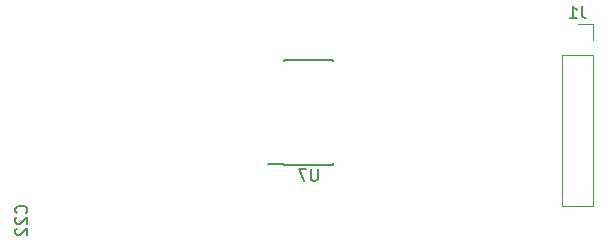
<source format=gbo>
G04 #@! TF.GenerationSoftware,KiCad,Pcbnew,(5.0.0)*
G04 #@! TF.CreationDate,2019-01-09T16:41:52-03:00*
G04 #@! TF.ProjectId,PCB_C,5043425F432E6B696361645F70636200,rev?*
G04 #@! TF.SameCoordinates,Original*
G04 #@! TF.FileFunction,Legend,Bot*
G04 #@! TF.FilePolarity,Positive*
%FSLAX46Y46*%
G04 Gerber Fmt 4.6, Leading zero omitted, Abs format (unit mm)*
G04 Created by KiCad (PCBNEW (5.0.0)) date 01/09/19 16:41:52*
%MOMM*%
%LPD*%
G01*
G04 APERTURE LIST*
%ADD10C,0.150000*%
%ADD11C,0.120000*%
G04 APERTURE END LIST*
D10*
G04 #@! TO.C,U7*
X-652600Y-3738800D02*
X-652600Y-3713800D01*
X3497400Y-3738800D02*
X3497400Y-3623800D01*
X3497400Y5161200D02*
X3497400Y5046200D01*
X-652600Y5161200D02*
X-652600Y5046200D01*
X-652600Y-3738800D02*
X3497400Y-3738800D01*
X-652600Y5161200D02*
X3497400Y5161200D01*
X-652600Y-3713800D02*
X-2027600Y-3713800D01*
D11*
G04 #@! TO.C,J1*
X25536200Y8137200D02*
X24206200Y8137200D01*
X25536200Y6807200D02*
X25536200Y8137200D01*
X25536200Y5537200D02*
X22876200Y5537200D01*
X22876200Y5537200D02*
X22876200Y-7222800D01*
X25536200Y5537200D02*
X25536200Y-7222800D01*
X25536200Y-7222800D02*
X22876200Y-7222800D01*
G04 #@! TO.C,U7*
D10*
X2184304Y-4116180D02*
X2184304Y-4925704D01*
X2136685Y-5020942D01*
X2089066Y-5068561D01*
X1993828Y-5116180D01*
X1803352Y-5116180D01*
X1708114Y-5068561D01*
X1660495Y-5020942D01*
X1612876Y-4925704D01*
X1612876Y-4116180D01*
X1231923Y-4116180D02*
X565257Y-4116180D01*
X993828Y-5116180D01*
G04 #@! TO.C,C22*
X-22502857Y-7812942D02*
X-22455238Y-7765323D01*
X-22407619Y-7622466D01*
X-22407619Y-7527228D01*
X-22455238Y-7384371D01*
X-22550476Y-7289133D01*
X-22645714Y-7241514D01*
X-22836190Y-7193895D01*
X-22979047Y-7193895D01*
X-23169523Y-7241514D01*
X-23264761Y-7289133D01*
X-23360000Y-7384371D01*
X-23407619Y-7527228D01*
X-23407619Y-7622466D01*
X-23360000Y-7765323D01*
X-23312380Y-7812942D01*
X-23312380Y-8193895D02*
X-23360000Y-8241514D01*
X-23407619Y-8336752D01*
X-23407619Y-8574847D01*
X-23360000Y-8670085D01*
X-23312380Y-8717704D01*
X-23217142Y-8765323D01*
X-23121904Y-8765323D01*
X-22979047Y-8717704D01*
X-22407619Y-8146276D01*
X-22407619Y-8765323D01*
X-23312380Y-9146276D02*
X-23360000Y-9193895D01*
X-23407619Y-9289133D01*
X-23407619Y-9527228D01*
X-23360000Y-9622466D01*
X-23312380Y-9670085D01*
X-23217142Y-9717704D01*
X-23121904Y-9717704D01*
X-22979047Y-9670085D01*
X-22407619Y-9098657D01*
X-22407619Y-9717704D01*
G04 #@! TO.C,J1*
X24539533Y9684819D02*
X24539533Y8970533D01*
X24587152Y8827676D01*
X24682390Y8732438D01*
X24825247Y8684819D01*
X24920485Y8684819D01*
X23539533Y8684819D02*
X24110961Y8684819D01*
X23825247Y8684819D02*
X23825247Y9684819D01*
X23920485Y9541961D01*
X24015723Y9446723D01*
X24110961Y9399104D01*
G04 #@! TD*
M02*

</source>
